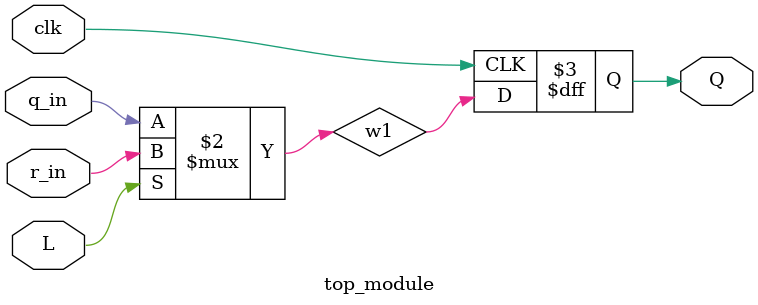
<source format=v>
module top_module (
	input clk,
	input L,
	input r_in,
	input q_in,
	output reg Q);
    wire w1;
    
    always @(posedge clk) begin
        Q <= w1;
    end
    
    assign w1 = (L) ? r_in : q_in;
    
endmodule

</source>
